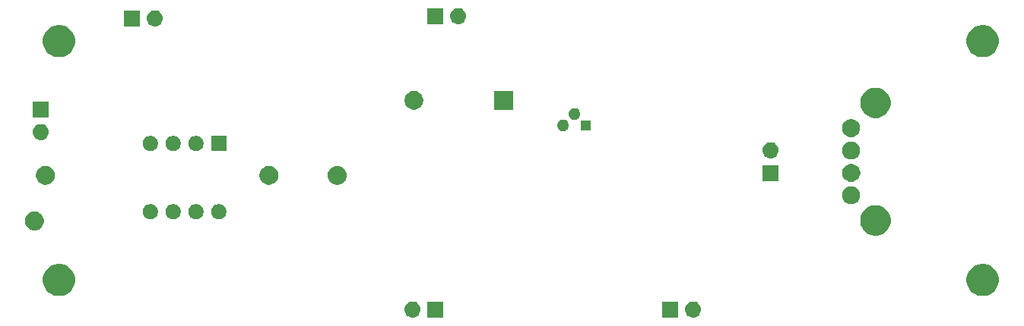
<source format=gbr>
G04 #@! TF.GenerationSoftware,KiCad,Pcbnew,5.1.4-e60b266~84~ubuntu18.04.1*
G04 #@! TF.CreationDate,2019-09-29T22:34:52+02:00*
G04 #@! TF.ProjectId,Circuit,43697263-7569-4742-9e6b-696361645f70,rev?*
G04 #@! TF.SameCoordinates,Original*
G04 #@! TF.FileFunction,Soldermask,Bot*
G04 #@! TF.FilePolarity,Negative*
%FSLAX46Y46*%
G04 Gerber Fmt 4.6, Leading zero omitted, Abs format (unit mm)*
G04 Created by KiCad (PCBNEW 5.1.4-e60b266~84~ubuntu18.04.1) date 2019-09-29 22:34:52*
%MOMM*%
%LPD*%
G04 APERTURE LIST*
%ADD10C,0.150000*%
G04 APERTURE END LIST*
D10*
G36*
X121805000Y-120027000D02*
G01*
X120003000Y-120027000D01*
X120003000Y-118225000D01*
X121805000Y-118225000D01*
X121805000Y-120027000D01*
X121805000Y-120027000D01*
G37*
G36*
X147967000Y-120027000D02*
G01*
X146165000Y-120027000D01*
X146165000Y-118225000D01*
X147967000Y-118225000D01*
X147967000Y-120027000D01*
X147967000Y-120027000D01*
G37*
G36*
X149716442Y-118231518D02*
G01*
X149782627Y-118238037D01*
X149952466Y-118289557D01*
X150108991Y-118373222D01*
X150144729Y-118402552D01*
X150246186Y-118485814D01*
X150329448Y-118587271D01*
X150358778Y-118623009D01*
X150442443Y-118779534D01*
X150493963Y-118949373D01*
X150511359Y-119126000D01*
X150493963Y-119302627D01*
X150442443Y-119472466D01*
X150358778Y-119628991D01*
X150329448Y-119664729D01*
X150246186Y-119766186D01*
X150144729Y-119849448D01*
X150108991Y-119878778D01*
X149952466Y-119962443D01*
X149782627Y-120013963D01*
X149716442Y-120020482D01*
X149650260Y-120027000D01*
X149561740Y-120027000D01*
X149495558Y-120020482D01*
X149429373Y-120013963D01*
X149259534Y-119962443D01*
X149103009Y-119878778D01*
X149067271Y-119849448D01*
X148965814Y-119766186D01*
X148882552Y-119664729D01*
X148853222Y-119628991D01*
X148769557Y-119472466D01*
X148718037Y-119302627D01*
X148700641Y-119126000D01*
X148718037Y-118949373D01*
X148769557Y-118779534D01*
X148853222Y-118623009D01*
X148882552Y-118587271D01*
X148965814Y-118485814D01*
X149067271Y-118402552D01*
X149103009Y-118373222D01*
X149259534Y-118289557D01*
X149429373Y-118238037D01*
X149495558Y-118231518D01*
X149561740Y-118225000D01*
X149650260Y-118225000D01*
X149716442Y-118231518D01*
X149716442Y-118231518D01*
G37*
G36*
X118474442Y-118231518D02*
G01*
X118540627Y-118238037D01*
X118710466Y-118289557D01*
X118866991Y-118373222D01*
X118902729Y-118402552D01*
X119004186Y-118485814D01*
X119087448Y-118587271D01*
X119116778Y-118623009D01*
X119200443Y-118779534D01*
X119251963Y-118949373D01*
X119269359Y-119126000D01*
X119251963Y-119302627D01*
X119200443Y-119472466D01*
X119116778Y-119628991D01*
X119087448Y-119664729D01*
X119004186Y-119766186D01*
X118902729Y-119849448D01*
X118866991Y-119878778D01*
X118710466Y-119962443D01*
X118540627Y-120013963D01*
X118474442Y-120020482D01*
X118408260Y-120027000D01*
X118319740Y-120027000D01*
X118253558Y-120020482D01*
X118187373Y-120013963D01*
X118017534Y-119962443D01*
X117861009Y-119878778D01*
X117825271Y-119849448D01*
X117723814Y-119766186D01*
X117640552Y-119664729D01*
X117611222Y-119628991D01*
X117527557Y-119472466D01*
X117476037Y-119302627D01*
X117458641Y-119126000D01*
X117476037Y-118949373D01*
X117527557Y-118779534D01*
X117611222Y-118623009D01*
X117640552Y-118587271D01*
X117723814Y-118485814D01*
X117825271Y-118402552D01*
X117861009Y-118373222D01*
X118017534Y-118289557D01*
X118187373Y-118238037D01*
X118253558Y-118231518D01*
X118319740Y-118225000D01*
X118408260Y-118225000D01*
X118474442Y-118231518D01*
X118474442Y-118231518D01*
G37*
G36*
X182389331Y-114092211D02*
G01*
X182717092Y-114227974D01*
X183012070Y-114425072D01*
X183262928Y-114675930D01*
X183460026Y-114970908D01*
X183595789Y-115298669D01*
X183665000Y-115646616D01*
X183665000Y-116001384D01*
X183595789Y-116349331D01*
X183460026Y-116677092D01*
X183262928Y-116972070D01*
X183012070Y-117222928D01*
X182717092Y-117420026D01*
X182389331Y-117555789D01*
X182041384Y-117625000D01*
X181686616Y-117625000D01*
X181338669Y-117555789D01*
X181010908Y-117420026D01*
X180715930Y-117222928D01*
X180465072Y-116972070D01*
X180267974Y-116677092D01*
X180132211Y-116349331D01*
X180063000Y-116001384D01*
X180063000Y-115646616D01*
X180132211Y-115298669D01*
X180267974Y-114970908D01*
X180465072Y-114675930D01*
X180715930Y-114425072D01*
X181010908Y-114227974D01*
X181338669Y-114092211D01*
X181686616Y-114023000D01*
X182041384Y-114023000D01*
X182389331Y-114092211D01*
X182389331Y-114092211D01*
G37*
G36*
X79519331Y-114092211D02*
G01*
X79847092Y-114227974D01*
X80142070Y-114425072D01*
X80392928Y-114675930D01*
X80590026Y-114970908D01*
X80725789Y-115298669D01*
X80795000Y-115646616D01*
X80795000Y-116001384D01*
X80725789Y-116349331D01*
X80590026Y-116677092D01*
X80392928Y-116972070D01*
X80142070Y-117222928D01*
X79847092Y-117420026D01*
X79519331Y-117555789D01*
X79171384Y-117625000D01*
X78816616Y-117625000D01*
X78468669Y-117555789D01*
X78140908Y-117420026D01*
X77845930Y-117222928D01*
X77595072Y-116972070D01*
X77397974Y-116677092D01*
X77262211Y-116349331D01*
X77193000Y-116001384D01*
X77193000Y-115646616D01*
X77262211Y-115298669D01*
X77397974Y-114970908D01*
X77595072Y-114675930D01*
X77845930Y-114425072D01*
X78140908Y-114227974D01*
X78468669Y-114092211D01*
X78816616Y-114023000D01*
X79171384Y-114023000D01*
X79519331Y-114092211D01*
X79519331Y-114092211D01*
G37*
G36*
X170422162Y-107550368D02*
G01*
X170731724Y-107678593D01*
X170731725Y-107678594D01*
X171010324Y-107864747D01*
X171247253Y-108101676D01*
X171329375Y-108224581D01*
X171433407Y-108380276D01*
X171561632Y-108689838D01*
X171627000Y-109018465D01*
X171627000Y-109353535D01*
X171561632Y-109682162D01*
X171433407Y-109991724D01*
X171433406Y-109991725D01*
X171247253Y-110270324D01*
X171010324Y-110507253D01*
X170824170Y-110631637D01*
X170731724Y-110693407D01*
X170422162Y-110821632D01*
X170093535Y-110887000D01*
X169758465Y-110887000D01*
X169429838Y-110821632D01*
X169120276Y-110693407D01*
X169027830Y-110631637D01*
X168841676Y-110507253D01*
X168604747Y-110270324D01*
X168418594Y-109991725D01*
X168418593Y-109991724D01*
X168290368Y-109682162D01*
X168225000Y-109353535D01*
X168225000Y-109018465D01*
X168290368Y-108689838D01*
X168418593Y-108380276D01*
X168522625Y-108224581D01*
X168604747Y-108101676D01*
X168841676Y-107864747D01*
X169120275Y-107678594D01*
X169120276Y-107678593D01*
X169429838Y-107550368D01*
X169758465Y-107485000D01*
X170093535Y-107485000D01*
X170422162Y-107550368D01*
X170422162Y-107550368D01*
G37*
G36*
X76476015Y-108204290D02*
G01*
X76578024Y-108224581D01*
X76770204Y-108304185D01*
X76943161Y-108419751D01*
X77090249Y-108566839D01*
X77205815Y-108739796D01*
X77285419Y-108931976D01*
X77326000Y-109135993D01*
X77326000Y-109344007D01*
X77285419Y-109548024D01*
X77205815Y-109740204D01*
X77090249Y-109913161D01*
X76943161Y-110060249D01*
X76770204Y-110175815D01*
X76578024Y-110255419D01*
X76476016Y-110275709D01*
X76374008Y-110296000D01*
X76165992Y-110296000D01*
X76063984Y-110275709D01*
X75961976Y-110255419D01*
X75769796Y-110175815D01*
X75596839Y-110060249D01*
X75449751Y-109913161D01*
X75334185Y-109740204D01*
X75254581Y-109548024D01*
X75214000Y-109344007D01*
X75214000Y-109135993D01*
X75254581Y-108931976D01*
X75334185Y-108739796D01*
X75449751Y-108566839D01*
X75596839Y-108419751D01*
X75769796Y-108304185D01*
X75961976Y-108224581D01*
X76063985Y-108204290D01*
X76165992Y-108184000D01*
X76374008Y-108184000D01*
X76476015Y-108204290D01*
X76476015Y-108204290D01*
G37*
G36*
X97022228Y-107385703D02*
G01*
X97177100Y-107449853D01*
X97316481Y-107542985D01*
X97435015Y-107661519D01*
X97528147Y-107800900D01*
X97592297Y-107955772D01*
X97625000Y-108120184D01*
X97625000Y-108287816D01*
X97592297Y-108452228D01*
X97528147Y-108607100D01*
X97435015Y-108746481D01*
X97316481Y-108865015D01*
X97177100Y-108958147D01*
X97022228Y-109022297D01*
X96857816Y-109055000D01*
X96690184Y-109055000D01*
X96525772Y-109022297D01*
X96370900Y-108958147D01*
X96231519Y-108865015D01*
X96112985Y-108746481D01*
X96019853Y-108607100D01*
X95955703Y-108452228D01*
X95923000Y-108287816D01*
X95923000Y-108120184D01*
X95955703Y-107955772D01*
X96019853Y-107800900D01*
X96112985Y-107661519D01*
X96231519Y-107542985D01*
X96370900Y-107449853D01*
X96525772Y-107385703D01*
X96690184Y-107353000D01*
X96857816Y-107353000D01*
X97022228Y-107385703D01*
X97022228Y-107385703D01*
G37*
G36*
X94482228Y-107385703D02*
G01*
X94637100Y-107449853D01*
X94776481Y-107542985D01*
X94895015Y-107661519D01*
X94988147Y-107800900D01*
X95052297Y-107955772D01*
X95085000Y-108120184D01*
X95085000Y-108287816D01*
X95052297Y-108452228D01*
X94988147Y-108607100D01*
X94895015Y-108746481D01*
X94776481Y-108865015D01*
X94637100Y-108958147D01*
X94482228Y-109022297D01*
X94317816Y-109055000D01*
X94150184Y-109055000D01*
X93985772Y-109022297D01*
X93830900Y-108958147D01*
X93691519Y-108865015D01*
X93572985Y-108746481D01*
X93479853Y-108607100D01*
X93415703Y-108452228D01*
X93383000Y-108287816D01*
X93383000Y-108120184D01*
X93415703Y-107955772D01*
X93479853Y-107800900D01*
X93572985Y-107661519D01*
X93691519Y-107542985D01*
X93830900Y-107449853D01*
X93985772Y-107385703D01*
X94150184Y-107353000D01*
X94317816Y-107353000D01*
X94482228Y-107385703D01*
X94482228Y-107385703D01*
G37*
G36*
X91942228Y-107385703D02*
G01*
X92097100Y-107449853D01*
X92236481Y-107542985D01*
X92355015Y-107661519D01*
X92448147Y-107800900D01*
X92512297Y-107955772D01*
X92545000Y-108120184D01*
X92545000Y-108287816D01*
X92512297Y-108452228D01*
X92448147Y-108607100D01*
X92355015Y-108746481D01*
X92236481Y-108865015D01*
X92097100Y-108958147D01*
X91942228Y-109022297D01*
X91777816Y-109055000D01*
X91610184Y-109055000D01*
X91445772Y-109022297D01*
X91290900Y-108958147D01*
X91151519Y-108865015D01*
X91032985Y-108746481D01*
X90939853Y-108607100D01*
X90875703Y-108452228D01*
X90843000Y-108287816D01*
X90843000Y-108120184D01*
X90875703Y-107955772D01*
X90939853Y-107800900D01*
X91032985Y-107661519D01*
X91151519Y-107542985D01*
X91290900Y-107449853D01*
X91445772Y-107385703D01*
X91610184Y-107353000D01*
X91777816Y-107353000D01*
X91942228Y-107385703D01*
X91942228Y-107385703D01*
G37*
G36*
X89402228Y-107385703D02*
G01*
X89557100Y-107449853D01*
X89696481Y-107542985D01*
X89815015Y-107661519D01*
X89908147Y-107800900D01*
X89972297Y-107955772D01*
X90005000Y-108120184D01*
X90005000Y-108287816D01*
X89972297Y-108452228D01*
X89908147Y-108607100D01*
X89815015Y-108746481D01*
X89696481Y-108865015D01*
X89557100Y-108958147D01*
X89402228Y-109022297D01*
X89237816Y-109055000D01*
X89070184Y-109055000D01*
X88905772Y-109022297D01*
X88750900Y-108958147D01*
X88611519Y-108865015D01*
X88492985Y-108746481D01*
X88399853Y-108607100D01*
X88335703Y-108452228D01*
X88303000Y-108287816D01*
X88303000Y-108120184D01*
X88335703Y-107955772D01*
X88399853Y-107800900D01*
X88492985Y-107661519D01*
X88611519Y-107542985D01*
X88750900Y-107449853D01*
X88905772Y-107385703D01*
X89070184Y-107353000D01*
X89237816Y-107353000D01*
X89402228Y-107385703D01*
X89402228Y-107385703D01*
G37*
G36*
X167507981Y-105403468D02*
G01*
X167690151Y-105478926D01*
X167854100Y-105588473D01*
X167993527Y-105727900D01*
X168103074Y-105891849D01*
X168178532Y-106074019D01*
X168217000Y-106267410D01*
X168217000Y-106464590D01*
X168178532Y-106657981D01*
X168103074Y-106840151D01*
X167993527Y-107004100D01*
X167854100Y-107143527D01*
X167690151Y-107253074D01*
X167507981Y-107328532D01*
X167411285Y-107347766D01*
X167314591Y-107367000D01*
X167117409Y-107367000D01*
X167020715Y-107347766D01*
X166924019Y-107328532D01*
X166741849Y-107253074D01*
X166577900Y-107143527D01*
X166438473Y-107004100D01*
X166328926Y-106840151D01*
X166253468Y-106657981D01*
X166215000Y-106464590D01*
X166215000Y-106267410D01*
X166253468Y-106074019D01*
X166328926Y-105891849D01*
X166438473Y-105727900D01*
X166577900Y-105588473D01*
X166741849Y-105478926D01*
X166924019Y-105403468D01*
X167117409Y-105365000D01*
X167314591Y-105365000D01*
X167507981Y-105403468D01*
X167507981Y-105403468D01*
G37*
G36*
X77675596Y-103104207D02*
G01*
X77778024Y-103124581D01*
X77970204Y-103204185D01*
X78143161Y-103319751D01*
X78290249Y-103466839D01*
X78405815Y-103639796D01*
X78485419Y-103831976D01*
X78526000Y-104035993D01*
X78526000Y-104244007D01*
X78485419Y-104448024D01*
X78405815Y-104640204D01*
X78290249Y-104813161D01*
X78143161Y-104960249D01*
X77970204Y-105075815D01*
X77778024Y-105155419D01*
X77676015Y-105175710D01*
X77574008Y-105196000D01*
X77365992Y-105196000D01*
X77263985Y-105175710D01*
X77161976Y-105155419D01*
X76969796Y-105075815D01*
X76796839Y-104960249D01*
X76649751Y-104813161D01*
X76534185Y-104640204D01*
X76454581Y-104448024D01*
X76414000Y-104244007D01*
X76414000Y-104035993D01*
X76454581Y-103831976D01*
X76534185Y-103639796D01*
X76649751Y-103466839D01*
X76796839Y-103319751D01*
X76969796Y-103204185D01*
X77161976Y-103124581D01*
X77264404Y-103104207D01*
X77365992Y-103084000D01*
X77574008Y-103084000D01*
X77675596Y-103104207D01*
X77675596Y-103104207D01*
G37*
G36*
X102668564Y-103129389D02*
G01*
X102849138Y-103204185D01*
X102859835Y-103208616D01*
X103031973Y-103323635D01*
X103178365Y-103470027D01*
X103233988Y-103553272D01*
X103293385Y-103642167D01*
X103372611Y-103833436D01*
X103413000Y-104036484D01*
X103413000Y-104243516D01*
X103372611Y-104446564D01*
X103332191Y-104544146D01*
X103293384Y-104637835D01*
X103178365Y-104809973D01*
X103031973Y-104956365D01*
X102859835Y-105071384D01*
X102859834Y-105071385D01*
X102859833Y-105071385D01*
X102668564Y-105150611D01*
X102465516Y-105191000D01*
X102258484Y-105191000D01*
X102055436Y-105150611D01*
X101864167Y-105071385D01*
X101864166Y-105071385D01*
X101864165Y-105071384D01*
X101692027Y-104956365D01*
X101545635Y-104809973D01*
X101430616Y-104637835D01*
X101391809Y-104544146D01*
X101351389Y-104446564D01*
X101311000Y-104243516D01*
X101311000Y-104036484D01*
X101351389Y-103833436D01*
X101430615Y-103642167D01*
X101490013Y-103553272D01*
X101545635Y-103470027D01*
X101692027Y-103323635D01*
X101864165Y-103208616D01*
X101874862Y-103204185D01*
X102055436Y-103129389D01*
X102258484Y-103089000D01*
X102465516Y-103089000D01*
X102668564Y-103129389D01*
X102668564Y-103129389D01*
G37*
G36*
X110085097Y-103094069D02*
G01*
X110188032Y-103104207D01*
X110386146Y-103164305D01*
X110386149Y-103164306D01*
X110460757Y-103204185D01*
X110568729Y-103261897D01*
X110728765Y-103393235D01*
X110860103Y-103553271D01*
X110871193Y-103574019D01*
X110957694Y-103735851D01*
X110957695Y-103735854D01*
X111017793Y-103933968D01*
X111038085Y-104140000D01*
X111017793Y-104346032D01*
X110969843Y-104504099D01*
X110957694Y-104544149D01*
X110907619Y-104637833D01*
X110860103Y-104726729D01*
X110728765Y-104886765D01*
X110568729Y-105018103D01*
X110482975Y-105063939D01*
X110386149Y-105115694D01*
X110386146Y-105115695D01*
X110188032Y-105175793D01*
X110085097Y-105185931D01*
X110033631Y-105191000D01*
X109930369Y-105191000D01*
X109878903Y-105185931D01*
X109775968Y-105175793D01*
X109577854Y-105115695D01*
X109577851Y-105115694D01*
X109481025Y-105063939D01*
X109395271Y-105018103D01*
X109235235Y-104886765D01*
X109103897Y-104726729D01*
X109056381Y-104637833D01*
X109006306Y-104544149D01*
X108994157Y-104504099D01*
X108946207Y-104346032D01*
X108925915Y-104140000D01*
X108946207Y-103933968D01*
X109006305Y-103735854D01*
X109006306Y-103735851D01*
X109092807Y-103574019D01*
X109103897Y-103553271D01*
X109235235Y-103393235D01*
X109395271Y-103261897D01*
X109503243Y-103204185D01*
X109577851Y-103164306D01*
X109577854Y-103164305D01*
X109775968Y-103104207D01*
X109878903Y-103094069D01*
X109930369Y-103089000D01*
X110033631Y-103089000D01*
X110085097Y-103094069D01*
X110085097Y-103094069D01*
G37*
G36*
X167421285Y-102884234D02*
G01*
X167517981Y-102903468D01*
X167700151Y-102978926D01*
X167864100Y-103088473D01*
X168003527Y-103227900D01*
X168113074Y-103391849D01*
X168188532Y-103574019D01*
X168227000Y-103767410D01*
X168227000Y-103964590D01*
X168188532Y-104157981D01*
X168113074Y-104340151D01*
X168003527Y-104504100D01*
X167864100Y-104643527D01*
X167700151Y-104753074D01*
X167517981Y-104828532D01*
X167421285Y-104847766D01*
X167324591Y-104867000D01*
X167127409Y-104867000D01*
X167030715Y-104847766D01*
X166934019Y-104828532D01*
X166751849Y-104753074D01*
X166587900Y-104643527D01*
X166448473Y-104504100D01*
X166338926Y-104340151D01*
X166263468Y-104157981D01*
X166225000Y-103964590D01*
X166225000Y-103767410D01*
X166263468Y-103574019D01*
X166338926Y-103391849D01*
X166448473Y-103227900D01*
X166587900Y-103088473D01*
X166751849Y-102978926D01*
X166934019Y-102903468D01*
X167030715Y-102884234D01*
X167127409Y-102865000D01*
X167324591Y-102865000D01*
X167421285Y-102884234D01*
X167421285Y-102884234D01*
G37*
G36*
X159143000Y-104787000D02*
G01*
X157341000Y-104787000D01*
X157341000Y-102985000D01*
X159143000Y-102985000D01*
X159143000Y-104787000D01*
X159143000Y-104787000D01*
G37*
G36*
X167396285Y-100384234D02*
G01*
X167492981Y-100403468D01*
X167675151Y-100478926D01*
X167839100Y-100588473D01*
X167978527Y-100727900D01*
X168088074Y-100891849D01*
X168163532Y-101074019D01*
X168202000Y-101267410D01*
X168202000Y-101464590D01*
X168163532Y-101657981D01*
X168088074Y-101840151D01*
X167978527Y-102004100D01*
X167839100Y-102143527D01*
X167675151Y-102253074D01*
X167492981Y-102328532D01*
X167396285Y-102347766D01*
X167299591Y-102367000D01*
X167102409Y-102367000D01*
X167005715Y-102347766D01*
X166909019Y-102328532D01*
X166726849Y-102253074D01*
X166562900Y-102143527D01*
X166423473Y-102004100D01*
X166313926Y-101840151D01*
X166238468Y-101657981D01*
X166200000Y-101464590D01*
X166200000Y-101267410D01*
X166238468Y-101074019D01*
X166313926Y-100891849D01*
X166423473Y-100727900D01*
X166562900Y-100588473D01*
X166726849Y-100478926D01*
X166909019Y-100403468D01*
X167102409Y-100365000D01*
X167299591Y-100365000D01*
X167396285Y-100384234D01*
X167396285Y-100384234D01*
G37*
G36*
X158352443Y-100451519D02*
G01*
X158418627Y-100458037D01*
X158588466Y-100509557D01*
X158744991Y-100593222D01*
X158780729Y-100622552D01*
X158882186Y-100705814D01*
X158965448Y-100807271D01*
X158994778Y-100843009D01*
X159078443Y-100999534D01*
X159129963Y-101169373D01*
X159147359Y-101346000D01*
X159129963Y-101522627D01*
X159078443Y-101692466D01*
X158994778Y-101848991D01*
X158965448Y-101884729D01*
X158882186Y-101986186D01*
X158780729Y-102069448D01*
X158744991Y-102098778D01*
X158588466Y-102182443D01*
X158418627Y-102233963D01*
X158352443Y-102240481D01*
X158286260Y-102247000D01*
X158197740Y-102247000D01*
X158131557Y-102240481D01*
X158065373Y-102233963D01*
X157895534Y-102182443D01*
X157739009Y-102098778D01*
X157703271Y-102069448D01*
X157601814Y-101986186D01*
X157518552Y-101884729D01*
X157489222Y-101848991D01*
X157405557Y-101692466D01*
X157354037Y-101522627D01*
X157336641Y-101346000D01*
X157354037Y-101169373D01*
X157405557Y-100999534D01*
X157489222Y-100843009D01*
X157518552Y-100807271D01*
X157601814Y-100705814D01*
X157703271Y-100622552D01*
X157739009Y-100593222D01*
X157895534Y-100509557D01*
X158065373Y-100458037D01*
X158131557Y-100451519D01*
X158197740Y-100445000D01*
X158286260Y-100445000D01*
X158352443Y-100451519D01*
X158352443Y-100451519D01*
G37*
G36*
X97625000Y-101435000D02*
G01*
X95923000Y-101435000D01*
X95923000Y-99733000D01*
X97625000Y-99733000D01*
X97625000Y-101435000D01*
X97625000Y-101435000D01*
G37*
G36*
X91942228Y-99765703D02*
G01*
X92097100Y-99829853D01*
X92236481Y-99922985D01*
X92355015Y-100041519D01*
X92448147Y-100180900D01*
X92512297Y-100335772D01*
X92545000Y-100500184D01*
X92545000Y-100667816D01*
X92512297Y-100832228D01*
X92448147Y-100987100D01*
X92355015Y-101126481D01*
X92236481Y-101245015D01*
X92097100Y-101338147D01*
X91942228Y-101402297D01*
X91777816Y-101435000D01*
X91610184Y-101435000D01*
X91445772Y-101402297D01*
X91290900Y-101338147D01*
X91151519Y-101245015D01*
X91032985Y-101126481D01*
X90939853Y-100987100D01*
X90875703Y-100832228D01*
X90843000Y-100667816D01*
X90843000Y-100500184D01*
X90875703Y-100335772D01*
X90939853Y-100180900D01*
X91032985Y-100041519D01*
X91151519Y-99922985D01*
X91290900Y-99829853D01*
X91445772Y-99765703D01*
X91610184Y-99733000D01*
X91777816Y-99733000D01*
X91942228Y-99765703D01*
X91942228Y-99765703D01*
G37*
G36*
X89402228Y-99765703D02*
G01*
X89557100Y-99829853D01*
X89696481Y-99922985D01*
X89815015Y-100041519D01*
X89908147Y-100180900D01*
X89972297Y-100335772D01*
X90005000Y-100500184D01*
X90005000Y-100667816D01*
X89972297Y-100832228D01*
X89908147Y-100987100D01*
X89815015Y-101126481D01*
X89696481Y-101245015D01*
X89557100Y-101338147D01*
X89402228Y-101402297D01*
X89237816Y-101435000D01*
X89070184Y-101435000D01*
X88905772Y-101402297D01*
X88750900Y-101338147D01*
X88611519Y-101245015D01*
X88492985Y-101126481D01*
X88399853Y-100987100D01*
X88335703Y-100832228D01*
X88303000Y-100667816D01*
X88303000Y-100500184D01*
X88335703Y-100335772D01*
X88399853Y-100180900D01*
X88492985Y-100041519D01*
X88611519Y-99922985D01*
X88750900Y-99829853D01*
X88905772Y-99765703D01*
X89070184Y-99733000D01*
X89237816Y-99733000D01*
X89402228Y-99765703D01*
X89402228Y-99765703D01*
G37*
G36*
X94482228Y-99765703D02*
G01*
X94637100Y-99829853D01*
X94776481Y-99922985D01*
X94895015Y-100041519D01*
X94988147Y-100180900D01*
X95052297Y-100335772D01*
X95085000Y-100500184D01*
X95085000Y-100667816D01*
X95052297Y-100832228D01*
X94988147Y-100987100D01*
X94895015Y-101126481D01*
X94776481Y-101245015D01*
X94637100Y-101338147D01*
X94482228Y-101402297D01*
X94317816Y-101435000D01*
X94150184Y-101435000D01*
X93985772Y-101402297D01*
X93830900Y-101338147D01*
X93691519Y-101245015D01*
X93572985Y-101126481D01*
X93479853Y-100987100D01*
X93415703Y-100832228D01*
X93383000Y-100667816D01*
X93383000Y-100500184D01*
X93415703Y-100335772D01*
X93479853Y-100180900D01*
X93572985Y-100041519D01*
X93691519Y-99922985D01*
X93830900Y-99829853D01*
X93985772Y-99765703D01*
X94150184Y-99733000D01*
X94317816Y-99733000D01*
X94482228Y-99765703D01*
X94482228Y-99765703D01*
G37*
G36*
X77072443Y-98419519D02*
G01*
X77138627Y-98426037D01*
X77308466Y-98477557D01*
X77464991Y-98561222D01*
X77480584Y-98574019D01*
X77602186Y-98673814D01*
X77678996Y-98767409D01*
X77714778Y-98811009D01*
X77798443Y-98967534D01*
X77849963Y-99137373D01*
X77867359Y-99314000D01*
X77849963Y-99490627D01*
X77798443Y-99660466D01*
X77714778Y-99816991D01*
X77705306Y-99828532D01*
X77602186Y-99954186D01*
X77500729Y-100037448D01*
X77464991Y-100066778D01*
X77308466Y-100150443D01*
X77138627Y-100201963D01*
X77072442Y-100208482D01*
X77006260Y-100215000D01*
X76917740Y-100215000D01*
X76851558Y-100208482D01*
X76785373Y-100201963D01*
X76615534Y-100150443D01*
X76459009Y-100066778D01*
X76423271Y-100037448D01*
X76321814Y-99954186D01*
X76218694Y-99828532D01*
X76209222Y-99816991D01*
X76125557Y-99660466D01*
X76074037Y-99490627D01*
X76056641Y-99314000D01*
X76074037Y-99137373D01*
X76125557Y-98967534D01*
X76209222Y-98811009D01*
X76245004Y-98767409D01*
X76321814Y-98673814D01*
X76443416Y-98574019D01*
X76459009Y-98561222D01*
X76615534Y-98477557D01*
X76785373Y-98426037D01*
X76851557Y-98419519D01*
X76917740Y-98413000D01*
X77006260Y-98413000D01*
X77072443Y-98419519D01*
X77072443Y-98419519D01*
G37*
G36*
X167411285Y-97884234D02*
G01*
X167507981Y-97903468D01*
X167636795Y-97956825D01*
X167680891Y-97975090D01*
X167690151Y-97978926D01*
X167854100Y-98088473D01*
X167993527Y-98227900D01*
X168103074Y-98391849D01*
X168173231Y-98561221D01*
X168178532Y-98574020D01*
X168217000Y-98767409D01*
X168217000Y-98964591D01*
X168198486Y-99057665D01*
X168178532Y-99157981D01*
X168103074Y-99340151D01*
X167993527Y-99504100D01*
X167854100Y-99643527D01*
X167690151Y-99753074D01*
X167690150Y-99753075D01*
X167690149Y-99753075D01*
X167636795Y-99775175D01*
X167507981Y-99828532D01*
X167411285Y-99847766D01*
X167314591Y-99867000D01*
X167117409Y-99867000D01*
X167020715Y-99847766D01*
X166924019Y-99828532D01*
X166795205Y-99775175D01*
X166741851Y-99753075D01*
X166741850Y-99753075D01*
X166741849Y-99753074D01*
X166577900Y-99643527D01*
X166438473Y-99504100D01*
X166328926Y-99340151D01*
X166253468Y-99157981D01*
X166233514Y-99057665D01*
X166215000Y-98964591D01*
X166215000Y-98767409D01*
X166253468Y-98574020D01*
X166258770Y-98561221D01*
X166328926Y-98391849D01*
X166438473Y-98227900D01*
X166577900Y-98088473D01*
X166741849Y-97978926D01*
X166751110Y-97975090D01*
X166795205Y-97956825D01*
X166924019Y-97903468D01*
X167020715Y-97884234D01*
X167117409Y-97865000D01*
X167314591Y-97865000D01*
X167411285Y-97884234D01*
X167411285Y-97884234D01*
G37*
G36*
X135227225Y-97907983D02*
G01*
X135317890Y-97926017D01*
X135436364Y-97975091D01*
X135542988Y-98046335D01*
X135633665Y-98137012D01*
X135694395Y-98227900D01*
X135704910Y-98243638D01*
X135753983Y-98362110D01*
X135776947Y-98477558D01*
X135779000Y-98487882D01*
X135779000Y-98616118D01*
X135753983Y-98741890D01*
X135704909Y-98860364D01*
X135633665Y-98966988D01*
X135542988Y-99057665D01*
X135436364Y-99128909D01*
X135436363Y-99128910D01*
X135436362Y-99128910D01*
X135317890Y-99177983D01*
X135192119Y-99203000D01*
X135063881Y-99203000D01*
X134938110Y-99177983D01*
X134819638Y-99128910D01*
X134819637Y-99128910D01*
X134819636Y-99128909D01*
X134713012Y-99057665D01*
X134622335Y-98966988D01*
X134551091Y-98860364D01*
X134502017Y-98741890D01*
X134477000Y-98616118D01*
X134477000Y-98487882D01*
X134479054Y-98477558D01*
X134502017Y-98362110D01*
X134551090Y-98243638D01*
X134561606Y-98227900D01*
X134622335Y-98137012D01*
X134713012Y-98046335D01*
X134819636Y-97975091D01*
X134938110Y-97926017D01*
X135028775Y-97907983D01*
X135063881Y-97901000D01*
X135192119Y-97901000D01*
X135227225Y-97907983D01*
X135227225Y-97907983D01*
G37*
G36*
X138219000Y-99103000D02*
G01*
X137117000Y-99103000D01*
X137117000Y-98001000D01*
X138219000Y-98001000D01*
X138219000Y-99103000D01*
X138219000Y-99103000D01*
G37*
G36*
X136587890Y-96656017D02*
G01*
X136668445Y-96689384D01*
X136706364Y-96705091D01*
X136812988Y-96776335D01*
X136903665Y-96867012D01*
X136974909Y-96973636D01*
X137023983Y-97092110D01*
X137049000Y-97217882D01*
X137049000Y-97346118D01*
X137023983Y-97471890D01*
X136974909Y-97590364D01*
X136903665Y-97696988D01*
X136812988Y-97787665D01*
X136706364Y-97858909D01*
X136706363Y-97858910D01*
X136706362Y-97858910D01*
X136587890Y-97907983D01*
X136462119Y-97933000D01*
X136333881Y-97933000D01*
X136208110Y-97907983D01*
X136089638Y-97858910D01*
X136089637Y-97858910D01*
X136089636Y-97858909D01*
X135983012Y-97787665D01*
X135892335Y-97696988D01*
X135821091Y-97590364D01*
X135772017Y-97471890D01*
X135747000Y-97346118D01*
X135747000Y-97217882D01*
X135772017Y-97092110D01*
X135821091Y-96973636D01*
X135892335Y-96867012D01*
X135983012Y-96776335D01*
X136089636Y-96705091D01*
X136127556Y-96689384D01*
X136208110Y-96656017D01*
X136333881Y-96631000D01*
X136462119Y-96631000D01*
X136587890Y-96656017D01*
X136587890Y-96656017D01*
G37*
G36*
X170422162Y-94410368D02*
G01*
X170731724Y-94538593D01*
X170731725Y-94538594D01*
X171010324Y-94724747D01*
X171247253Y-94961676D01*
X171371637Y-95147830D01*
X171433407Y-95240276D01*
X171561632Y-95549838D01*
X171627000Y-95878465D01*
X171627000Y-96213535D01*
X171561632Y-96542162D01*
X171433407Y-96851724D01*
X171433406Y-96851725D01*
X171247253Y-97130324D01*
X171010324Y-97367253D01*
X170853723Y-97471890D01*
X170731724Y-97553407D01*
X170422162Y-97681632D01*
X170093535Y-97747000D01*
X169758465Y-97747000D01*
X169429838Y-97681632D01*
X169120276Y-97553407D01*
X168998277Y-97471890D01*
X168841676Y-97367253D01*
X168604747Y-97130324D01*
X168418594Y-96851725D01*
X168418593Y-96851724D01*
X168290368Y-96542162D01*
X168225000Y-96213535D01*
X168225000Y-95878465D01*
X168290368Y-95549838D01*
X168418593Y-95240276D01*
X168480363Y-95147830D01*
X168604747Y-94961676D01*
X168841676Y-94724747D01*
X169120275Y-94538594D01*
X169120276Y-94538593D01*
X169429838Y-94410368D01*
X169758465Y-94345000D01*
X170093535Y-94345000D01*
X170422162Y-94410368D01*
X170422162Y-94410368D01*
G37*
G36*
X77863000Y-97675000D02*
G01*
X76061000Y-97675000D01*
X76061000Y-95873000D01*
X77863000Y-95873000D01*
X77863000Y-97675000D01*
X77863000Y-97675000D01*
G37*
G36*
X129575000Y-96809000D02*
G01*
X127473000Y-96809000D01*
X127473000Y-94707000D01*
X129575000Y-94707000D01*
X129575000Y-96809000D01*
X129575000Y-96809000D01*
G37*
G36*
X118830564Y-94747389D02*
G01*
X119021833Y-94826615D01*
X119021835Y-94826616D01*
X119193973Y-94941635D01*
X119340365Y-95088027D01*
X119442095Y-95240276D01*
X119455385Y-95260167D01*
X119534611Y-95451436D01*
X119575000Y-95654484D01*
X119575000Y-95861516D01*
X119534611Y-96064564D01*
X119472906Y-96213534D01*
X119455384Y-96255835D01*
X119340365Y-96427973D01*
X119193973Y-96574365D01*
X119021835Y-96689384D01*
X119021834Y-96689385D01*
X119021833Y-96689385D01*
X118830564Y-96768611D01*
X118627516Y-96809000D01*
X118420484Y-96809000D01*
X118217436Y-96768611D01*
X118026167Y-96689385D01*
X118026166Y-96689385D01*
X118026165Y-96689384D01*
X117854027Y-96574365D01*
X117707635Y-96427973D01*
X117592616Y-96255835D01*
X117575094Y-96213534D01*
X117513389Y-96064564D01*
X117473000Y-95861516D01*
X117473000Y-95654484D01*
X117513389Y-95451436D01*
X117592615Y-95260167D01*
X117605906Y-95240276D01*
X117707635Y-95088027D01*
X117854027Y-94941635D01*
X118026165Y-94826616D01*
X118026167Y-94826615D01*
X118217436Y-94747389D01*
X118420484Y-94707000D01*
X118627516Y-94707000D01*
X118830564Y-94747389D01*
X118830564Y-94747389D01*
G37*
G36*
X79519331Y-87422211D02*
G01*
X79847092Y-87557974D01*
X80142070Y-87755072D01*
X80392928Y-88005930D01*
X80590026Y-88300908D01*
X80725789Y-88628669D01*
X80795000Y-88976616D01*
X80795000Y-89331384D01*
X80725789Y-89679331D01*
X80590026Y-90007092D01*
X80392928Y-90302070D01*
X80142070Y-90552928D01*
X79847092Y-90750026D01*
X79519331Y-90885789D01*
X79171384Y-90955000D01*
X78816616Y-90955000D01*
X78468669Y-90885789D01*
X78140908Y-90750026D01*
X77845930Y-90552928D01*
X77595072Y-90302070D01*
X77397974Y-90007092D01*
X77262211Y-89679331D01*
X77193000Y-89331384D01*
X77193000Y-88976616D01*
X77262211Y-88628669D01*
X77397974Y-88300908D01*
X77595072Y-88005930D01*
X77845930Y-87755072D01*
X78140908Y-87557974D01*
X78468669Y-87422211D01*
X78816616Y-87353000D01*
X79171384Y-87353000D01*
X79519331Y-87422211D01*
X79519331Y-87422211D01*
G37*
G36*
X182389331Y-87422211D02*
G01*
X182717092Y-87557974D01*
X183012070Y-87755072D01*
X183262928Y-88005930D01*
X183460026Y-88300908D01*
X183595789Y-88628669D01*
X183665000Y-88976616D01*
X183665000Y-89331384D01*
X183595789Y-89679331D01*
X183460026Y-90007092D01*
X183262928Y-90302070D01*
X183012070Y-90552928D01*
X182717092Y-90750026D01*
X182389331Y-90885789D01*
X182041384Y-90955000D01*
X181686616Y-90955000D01*
X181338669Y-90885789D01*
X181010908Y-90750026D01*
X180715930Y-90552928D01*
X180465072Y-90302070D01*
X180267974Y-90007092D01*
X180132211Y-89679331D01*
X180063000Y-89331384D01*
X180063000Y-88976616D01*
X180132211Y-88628669D01*
X180267974Y-88300908D01*
X180465072Y-88005930D01*
X180715930Y-87755072D01*
X181010908Y-87557974D01*
X181338669Y-87422211D01*
X181686616Y-87353000D01*
X182041384Y-87353000D01*
X182389331Y-87422211D01*
X182389331Y-87422211D01*
G37*
G36*
X89772443Y-85719519D02*
G01*
X89838627Y-85726037D01*
X90008466Y-85777557D01*
X90164991Y-85861222D01*
X90200729Y-85890552D01*
X90302186Y-85973814D01*
X90385448Y-86075271D01*
X90414778Y-86111009D01*
X90498443Y-86267534D01*
X90549963Y-86437373D01*
X90567359Y-86614000D01*
X90549963Y-86790627D01*
X90498443Y-86960466D01*
X90414778Y-87116991D01*
X90385448Y-87152729D01*
X90302186Y-87254186D01*
X90200729Y-87337448D01*
X90164991Y-87366778D01*
X90008466Y-87450443D01*
X89838627Y-87501963D01*
X89772443Y-87508481D01*
X89706260Y-87515000D01*
X89617740Y-87515000D01*
X89551557Y-87508481D01*
X89485373Y-87501963D01*
X89315534Y-87450443D01*
X89159009Y-87366778D01*
X89123271Y-87337448D01*
X89021814Y-87254186D01*
X88938552Y-87152729D01*
X88909222Y-87116991D01*
X88825557Y-86960466D01*
X88774037Y-86790627D01*
X88756641Y-86614000D01*
X88774037Y-86437373D01*
X88825557Y-86267534D01*
X88909222Y-86111009D01*
X88938552Y-86075271D01*
X89021814Y-85973814D01*
X89123271Y-85890552D01*
X89159009Y-85861222D01*
X89315534Y-85777557D01*
X89485373Y-85726037D01*
X89551557Y-85719519D01*
X89617740Y-85713000D01*
X89706260Y-85713000D01*
X89772443Y-85719519D01*
X89772443Y-85719519D01*
G37*
G36*
X88023000Y-87515000D02*
G01*
X86221000Y-87515000D01*
X86221000Y-85713000D01*
X88023000Y-85713000D01*
X88023000Y-87515000D01*
X88023000Y-87515000D01*
G37*
G36*
X121805000Y-87261000D02*
G01*
X120003000Y-87261000D01*
X120003000Y-85459000D01*
X121805000Y-85459000D01*
X121805000Y-87261000D01*
X121805000Y-87261000D01*
G37*
G36*
X123554442Y-85465518D02*
G01*
X123620627Y-85472037D01*
X123790466Y-85523557D01*
X123946991Y-85607222D01*
X123982729Y-85636552D01*
X124084186Y-85719814D01*
X124167448Y-85821271D01*
X124196778Y-85857009D01*
X124280443Y-86013534D01*
X124331963Y-86183373D01*
X124349359Y-86360000D01*
X124331963Y-86536627D01*
X124280443Y-86706466D01*
X124196778Y-86862991D01*
X124167448Y-86898729D01*
X124084186Y-87000186D01*
X123982729Y-87083448D01*
X123946991Y-87112778D01*
X123790466Y-87196443D01*
X123620627Y-87247963D01*
X123557453Y-87254185D01*
X123488260Y-87261000D01*
X123399740Y-87261000D01*
X123330547Y-87254185D01*
X123267373Y-87247963D01*
X123097534Y-87196443D01*
X122941009Y-87112778D01*
X122905271Y-87083448D01*
X122803814Y-87000186D01*
X122720552Y-86898729D01*
X122691222Y-86862991D01*
X122607557Y-86706466D01*
X122556037Y-86536627D01*
X122538641Y-86360000D01*
X122556037Y-86183373D01*
X122607557Y-86013534D01*
X122691222Y-85857009D01*
X122720552Y-85821271D01*
X122803814Y-85719814D01*
X122905271Y-85636552D01*
X122941009Y-85607222D01*
X123097534Y-85523557D01*
X123267373Y-85472037D01*
X123333558Y-85465518D01*
X123399740Y-85459000D01*
X123488260Y-85459000D01*
X123554442Y-85465518D01*
X123554442Y-85465518D01*
G37*
M02*

</source>
